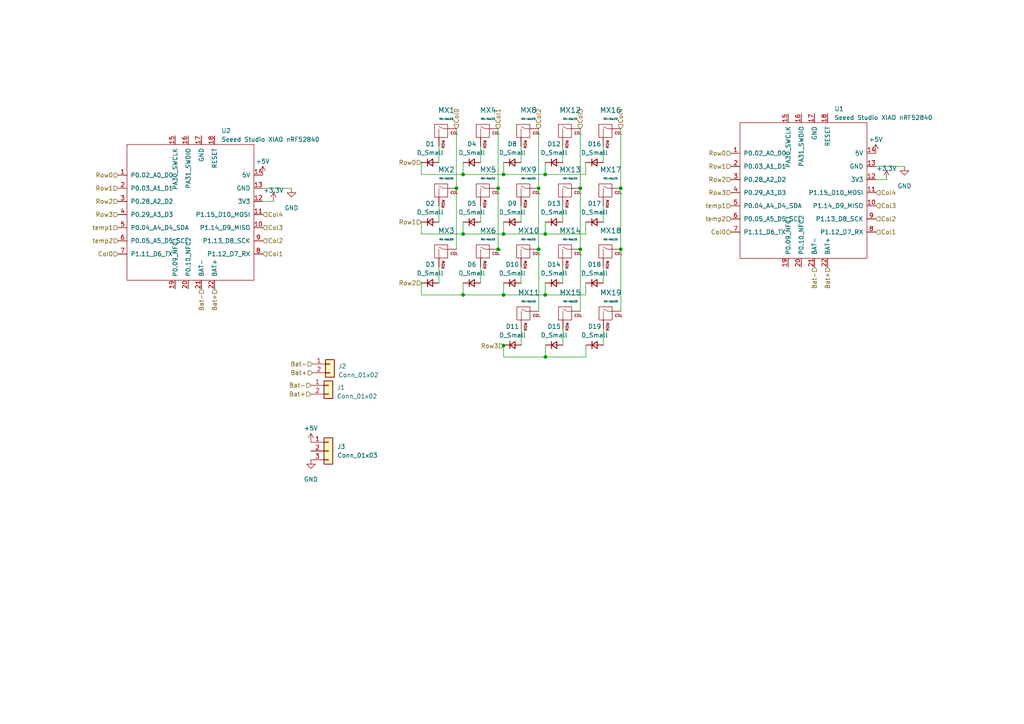
<source format=kicad_sch>
(kicad_sch (version 20231120) (generator "eeschema") (generator_version "8.0")
  (paper "A4")
  (lib_symbols
    (symbol "Connector_Generic:Conn_01x02" (pin_names (offset 1.016) hide)
      (property "Reference" "J" (at 0 2.54 0))
      (property "Value" "Conn_01x02" (at 0 -5.08 0))
      (symbol "Conn_01x02_1_1"
        (rectangle (start -1.27 -2.413) (end 0 -2.667) (stroke (width 0.1524)))
        (rectangle (start -1.27 0.127) (end 0 -0.127) (stroke (width 0.1524)))
        (rectangle (start -1.27 1.27) (end 1.27 -3.81) (stroke (width 0.254)) (fill (type background)))
        (pin passive line (at -5.08 0 0) (length 3.81) (name "Pin_1") (number "1"))
        (pin passive line (at -5.08 -2.54 0) (length 3.81) (name "Pin_2") (number "2"))
      )
    )
    (symbol "Connector_Generic:Conn_01x03" (pin_names (offset 1.016) hide)
      (property "Reference" "J" (at 0 5.08 0))
      (property "Value" "Conn_01x03" (at 0 -5.08 0))
      (symbol "Conn_01x03_1_1"
        (rectangle (start -1.27 -2.413) (end 0 -2.667) (stroke (width 0.1524)))
        (rectangle (start -1.27 0.127) (end 0 -0.127) (stroke (width 0.1524)))
        (rectangle (start -1.27 2.667) (end 0 2.413) (stroke (width 0.1524)))
        (rectangle (start -1.27 3.81) (end 1.27 -3.81) (stroke (width 0.254)) (fill (type background)))
        (pin passive line (at -5.08 2.54 0) (length 3.81) (name "Pin_1") (number "1"))
        (pin passive line (at -5.08 0 0) (length 3.81) (name "Pin_2") (number "2"))
        (pin passive line (at -5.08 -2.54 0) (length 3.81) (name "Pin_3") (number "3"))
      )
    )
    (symbol "Device:D_Small" (pin_numbers hide) (pin_names (offset 0.254) hide)
      (property "Reference" "D" (at -1.27 2.032 0))
      (property "Value" "D_Small" (at -3.81 -2.032 0))
      (symbol "D_Small_0_1"
        (polyline (pts (xy -0.762 -1.016) (xy -0.762 1.016)) (stroke (width 0.254)))
        (polyline (pts (xy -0.762 0) (xy 0.762 0)))
        (polyline (pts (xy 0.762 -1.016) (xy -0.762 0) (xy 0.762 1.016) (xy 0.762 -1.016)) (stroke (width 0.254)))
      )
      (symbol "D_Small_1_1"
        (pin passive line (at -2.54 0 0) (length 1.778) (name "K") (number "1"))
        (pin passive line (at 2.54 0 180) (length 1.778) (name "A") (number "2"))
      )
    )
    (symbol "MX_Alps_Hybrid:MX-NoLED" (pin_names (offset 1.016))
      (property "Reference" "MX" (at -0.635 3.81 0))
      (property "Value" "MX-NoLED" (at -0.635 1.27 0))
      (symbol "MX-NoLED_0_0"
        (rectangle (start -2.54 2.54) (end 1.27 -1.27))
        (polyline (pts (xy -1.27 -1.27) (xy -1.27 1.27)) (stroke (width 0.127)))
        (polyline (pts (xy 1.27 1.27) (xy 0 1.27) (xy -1.27 1.905)) (stroke (width 0.127)))
        (text "COL" (at 3.175 0 0) (effects (font (size 0.762 0.762))))
        (text "ROW" (at 0 -1.905 900) (effects (font (size 0.762 0.762)) (justify right)))
      )
      (symbol "MX-NoLED_1_1"
        (pin passive line (at 3.81 1.27 180) (length 2.54) (name "COL") (number "1"))
        (pin passive line (at -1.27 -3.81 90) (length 2.54) (name "ROW") (number "2"))
      )
    )
    (symbol "Seeed_Studio_XIAO_Series:Seeed Studio XIAO nRF52840" (pin_names (offset 1.016))
      (property "Reference" "U" (at -19.05 24.13 0))
      (property "Value" "Seeed Studio XIAO nRF52840" (at -5.08 21.59 0))
      (symbol "Seeed Studio XIAO nRF52840_0_1"
        (rectangle (start -19.05 20.32) (end 17.78 -19.05))
      )
      (symbol "Seeed Studio XIAO nRF52840_1_1"
        (pin bidirectional line (at -21.59 11.43 0) (length 2.54) (name "P0.02_A0_D0") (number "1"))
        (pin bidirectional line (at 20.32 -3.81 180) (length 2.54) (name "P1.14_D9_MISO") (number "10"))
        (pin bidirectional line (at 20.32 0 180) (length 2.54) (name "P1.15_D10_MOSI") (number "11"))
        (pin power_in line (at 20.32 3.81 180) (length 2.54) (name "3V3") (number "12"))
        (pin power_in line (at 20.32 7.62 180) (length 2.54) (name "GND") (number "13"))
        (pin power_in line (at 20.32 11.43 180) (length 2.54) (name "5V") (number "14"))
        (pin input line (at -5.08 22.86 270) (length 2.54) (name "PA30_SWCLK") (number "15"))
        (pin bidirectional line (at -1.27 22.86 270) (length 2.54) (name "PA31_SWDIO") (number "16"))
        (pin power_in line (at 2.54 22.86 270) (length 2.54) (name "GND") (number "17"))
        (pin input line (at 6.35 22.86 270) (length 2.54) (name "RESET") (number "18"))
        (pin bidirectional line (at -5.08 -21.59 90) (length 2.54) (name "P0.09_NFC1") (number "19"))
        (pin bidirectional line (at -21.59 7.62 0) (length 2.54) (name "P0.03_A1_D1") (number "2"))
        (pin bidirectional line (at -1.27 -21.59 90) (length 2.54) (name "P0.10_NFC2") (number "20"))
        (pin power_in line (at 2.54 -21.59 90) (length 2.54) (name "BAT-") (number "21"))
        (pin power_in line (at 6.35 -21.59 90) (length 2.54) (name "BAT+") (number "22"))
        (pin bidirectional line (at -21.59 3.81 0) (length 2.54) (name "P0.28_A2_D2") (number "3"))
        (pin bidirectional line (at -21.59 0 0) (length 2.54) (name "P0.29_A3_D3") (number "4"))
        (pin bidirectional line (at -21.59 -3.81 0) (length 2.54) (name "P0.04_A4_D4_SDA") (number "5"))
        (pin bidirectional line (at -21.59 -7.62 0) (length 2.54) (name "P0.05_A5_D5_SCL") (number "6"))
        (pin bidirectional line (at -21.59 -11.43 0) (length 2.54) (name "P1.11_D6_TX") (number "7"))
        (pin bidirectional line (at 20.32 -11.43 180) (length 2.54) (name "P1.12_D7_RX") (number "8"))
        (pin bidirectional line (at 20.32 -7.62 180) (length 2.54) (name "P1.13_D8_SCK") (number "9"))
      )
    )
    (symbol "power:+3.3V" (power) (pin_names (offset 0))
      (property "Value" "+3.3V" (at 0 3.556 0))
      (symbol "+3.3V_0_1"
        (polyline (pts (xy -0.762 1.27) (xy 0 2.54)))
        (polyline (pts (xy 0 0) (xy 0 2.54)))
        (polyline (pts (xy 0 2.54) (xy 0.762 1.27)))
      )
      (symbol "+3.3V_1_1"
        (pin power_in line (at 0 0 90) (length 0) hide (name "+3.3V") (number "1"))
      )
    )
    (symbol "power:+5V" (power) (pin_names (offset 0))
      (property "Value" "+5V" (at 0 3.556 0))
      (symbol "+5V_0_1"
        (polyline (pts (xy -0.762 1.27) (xy 0 2.54)))
        (polyline (pts (xy 0 0) (xy 0 2.54)))
        (polyline (pts (xy 0 2.54) (xy 0.762 1.27)))
      )
      (symbol "+5V_1_1"
        (pin power_in line (at 0 0 90) (length 0) hide (name "+5V") (number "1"))
      )
    )
    (symbol "power:GND" (power) (pin_names (offset 0))
      (property "Value" "GND" (at 0 -3.81 0))
      (symbol "GND_0_1"
        (polyline (pts (xy 0 0) (xy 0 -1.27) (xy 1.27 -1.27) (xy 0 -2.54) (xy -1.27 -1.27) (xy 0 -1.27)))
      )
      (symbol "GND_1_1"
        (pin power_in line (at 0 0 270) (length 0) hide (name "GND") (number "1"))
      )
    )
  )
  (junction (at 132.3848 54.61))
  (junction (at 158.1404 85.5472))
  (junction (at 156.21 54.61))
  (junction (at 158.1404 67.8688))
  (junction (at 146.05 67.8688))
  (junction (at 144.4752 54.61))
  (junction (at 146.05 85.5472))
  (junction (at 146.05 100.2284))
  (junction (at 168.3004 72.2884))
  (junction (at 134.3152 85.5472))
  (junction (at 134.3152 50.5968))
  (junction (at 168.3004 54.61))
  (junction (at 180.0352 72.2884))
  (junction (at 180.0352 54.61))
  (junction (at 134.3152 67.8688))
  (junction (at 146.05 50.5968))
  (junction (at 156.21 72.2884))
  (junction (at 158.1404 50.5968))
  (junction (at 144.4752 72.2884))
  (junction (at 158.1912 103.5304))
  (wire (pts (xy 174.9552 59.69) (xy 174.9552 64.4144)))
  (wire (pts (xy 122.2248 67.8688) (xy 134.3152 67.8688)))
  (wire (pts (xy 144.4752 54.61) (xy 144.4752 72.2884)))
  (wire (pts (xy 146.05 82.0928) (xy 146.05 85.5472)))
  (wire (pts (xy 134.3152 67.8688) (xy 146.05 67.8688)))
  (wire (pts (xy 122.2248 47.1424) (xy 122.2248 50.5968)))
  (wire (pts (xy 180.086 90.2716) (xy 180.086 72.2884)))
  (wire (pts (xy 79.3242 58.42) (xy 76.2 58.42)))
  (wire (pts (xy 84.5312 54.61) (xy 76.2 54.61)))
  (wire (pts (xy 169.926 103.5304) (xy 169.926 100.076)))
  (wire (pts (xy 146.05 47.1424) (xy 146.05 50.5968)))
  (wire (pts (xy 145.0848 72.2884) (xy 144.4752 72.2884)))
  (wire (pts (xy 139.3952 59.69) (xy 139.3952 64.4144)))
  (wire (pts (xy 146.05 85.5472) (xy 158.1404 85.5472)))
  (wire (pts (xy 180.0352 72.2884) (xy 180.086 72.2884)))
  (wire (pts (xy 158.1404 82.0928) (xy 158.1404 85.5472)))
  (wire (pts (xy 122.2248 82.0928) (xy 122.2248 85.5472)))
  (wire (pts (xy 122.2248 85.5472) (xy 134.3152 85.5472)))
  (wire (pts (xy 139.3952 42.418) (xy 139.3952 47.1424)))
  (wire (pts (xy 156.2608 72.2884) (xy 156.21 72.2884)))
  (wire (pts (xy 132.3848 54.61) (xy 132.3848 72.2884)))
  (wire (pts (xy 156.21 54.61) (xy 156.21 72.2884)))
  (wire (pts (xy 158.1404 85.5472) (xy 169.8752 85.5472)))
  (wire (pts (xy 151.13 77.3684) (xy 151.13 82.0928)))
  (wire (pts (xy 163.2712 95.3516) (xy 163.2712 100.076)))
  (wire (pts (xy 127.3048 59.69) (xy 127.3048 64.4144)))
  (wire (pts (xy 122.2248 50.5968) (xy 134.3152 50.5968)))
  (wire (pts (xy 262.3312 48.26) (xy 254 48.26)))
  (wire (pts (xy 156.21 37.338) (xy 156.21 54.61)))
  (wire (pts (xy 132.3848 37.338) (xy 132.3848 54.61)))
  (wire (pts (xy 163.2204 59.69) (xy 163.2204 64.4144)))
  (wire (pts (xy 174.9552 42.418) (xy 174.9552 47.1424)))
  (wire (pts (xy 180.0352 54.61) (xy 180.0352 72.2884)))
  (wire (pts (xy 134.3152 82.0928) (xy 134.3152 85.5472)))
  (wire (pts (xy 151.1808 95.3516) (xy 151.1808 100.076)))
  (wire (pts (xy 163.2204 42.418) (xy 163.2204 47.1424)))
  (wire (pts (xy 169.8752 67.8688) (xy 169.8752 64.4144)))
  (wire (pts (xy 146.05 50.5968) (xy 158.1404 50.5968)))
  (wire (pts (xy 163.2204 77.3684) (xy 163.2204 82.0928)))
  (wire (pts (xy 134.3152 85.5472) (xy 146.05 85.5472)))
  (wire (pts (xy 134.3152 64.4144) (xy 134.3152 67.8688)))
  (wire (pts (xy 127.3048 77.3684) (xy 127.3048 82.0928)))
  (wire (pts (xy 146.05 100.33) (xy 146.05 100.2284)))
  (wire (pts (xy 168.3004 54.61) (xy 168.3004 72.2884)))
  (wire (pts (xy 180.0352 37.338) (xy 180.0352 54.61)))
  (wire (pts (xy 158.1912 100.076) (xy 158.1912 103.5304)))
  (wire (pts (xy 139.3952 77.3684) (xy 139.3952 82.0928)))
  (wire (pts (xy 134.3152 47.1424) (xy 134.3152 50.5968)))
  (wire (pts (xy 158.1912 103.5304) (xy 169.926 103.5304)))
  (wire (pts (xy 144.4752 37.338) (xy 144.4752 54.61)))
  (wire (pts (xy 158.1404 50.5968) (xy 169.8752 50.5968)))
  (wire (pts (xy 143.8148 72.6186) (xy 145.0848 72.6186)))
  (wire (pts (xy 146.1008 100.076) (xy 146.05 100.2284)))
  (wire (pts (xy 168.3512 90.2716) (xy 168.3512 72.2884)))
  (wire (pts (xy 127.3048 42.418) (xy 127.3048 47.1424)))
  (wire (pts (xy 175.006 95.3516) (xy 175.006 100.076)))
  (wire (pts (xy 168.3004 37.338) (xy 168.3004 54.61)))
  (wire (pts (xy 169.8752 85.5472) (xy 169.8752 82.0928)))
  (wire (pts (xy 156.2608 90.2716) (xy 156.2608 72.2884)))
  (wire (pts (xy 158.1404 47.1424) (xy 158.1404 50.5968)))
  (wire (pts (xy 168.3004 72.2884) (xy 168.3512 72.2884)))
  (wire (pts (xy 146.05 100.2284) (xy 146.1008 103.5304)))
  (wire (pts (xy 169.8752 50.5968) (xy 169.8752 47.1424)))
  (wire (pts (xy 146.1008 103.5304) (xy 158.1912 103.5304)))
  (wire (pts (xy 151.13 42.418) (xy 151.13 47.1424)))
  (wire (pts (xy 146.05 64.4144) (xy 146.05 67.8688)))
  (wire (pts (xy 174.9552 77.3684) (xy 174.9552 82.0928)))
  (wire (pts (xy 257.1242 52.07) (xy 254 52.07)))
  (wire (pts (xy 122.2248 64.4144) (xy 122.2248 67.8688)))
  (wire (pts (xy 146.05 67.8688) (xy 158.1404 67.8688)))
  (wire (pts (xy 158.1404 67.8688) (xy 169.8752 67.8688)))
  (wire (pts (xy 145.0848 72.6186) (xy 145.0848 72.2884)))
  (wire (pts (xy 151.13 59.69) (xy 151.13 64.4144)))
  (wire (pts (xy 158.1404 64.4144) (xy 158.1404 67.8688)))
  (wire (pts (xy 134.3152 50.5968) (xy 146.05 50.5968)))
  (hierarchical_label "Col1" (shape input) (at 76.2 73.66 0))
  (hierarchical_label "Row2" (shape input) (at 212.09 52.07 180))
  (hierarchical_label "Col4" (shape input) (at 254 55.88 0))
  (hierarchical_label "Col1" (shape input) (at 254 67.31 0))
  (hierarchical_label "Col2" (shape input) (at 76.2 69.85 0))
  (hierarchical_label "Bat-" (shape input) (at 58.42 83.82 270))
  (hierarchical_label "Col4" (shape input) (at 180.0352 37.338 90))
  (hierarchical_label "Row1" (shape input) (at 34.29 54.61 180))
  (hierarchical_label "Col2" (shape input) (at 254 63.5 0))
  (hierarchical_label "Col2" (shape input) (at 156.21 37.338 90))
  (hierarchical_label "Row2" (shape input) (at 34.29 58.42 180))
  (hierarchical_label "Row1" (shape input) (at 122.2248 64.4144 180))
  (hierarchical_label "Row3" (shape input) (at 146.05 100.33 180))
  (hierarchical_label "Bat+" (shape input) (at 62.23 83.82 270))
  (hierarchical_label "temp2" (shape input) (at 34.29 69.85 180))
  (hierarchical_label "Bat-" (shape input) (at 90.17 111.76 180))
  (hierarchical_label "Col3" (shape input) (at 76.2 66.04 0))
  (hierarchical_label "Col3" (shape input) (at 168.3004 37.338 90))
  (hierarchical_label "Bat+" (shape input) (at 240.03 77.47 270))
  (hierarchical_label "Row3" (shape input) (at 212.09 55.88 180))
  (hierarchical_label "Row1" (shape input) (at 212.09 48.26 180))
  (hierarchical_label "Row0" (shape input) (at 122.2248 47.1424 180))
  (hierarchical_label "Col0" (shape input) (at 34.29 73.66 180))
  (hierarchical_label "Row3" (shape input) (at 34.29 62.23 180))
  (hierarchical_label "Col0" (shape input) (at 132.3848 37.338 90))
  (hierarchical_label "temp1" (shape input) (at 34.29 66.04 180))
  (hierarchical_label "Row0" (shape input) (at 212.09 44.45 180))
  (hierarchical_label "temp1" (shape input) (at 212.09 59.69 180))
  (hierarchical_label "temp2" (shape input) (at 212.09 63.5 180))
  (hierarchical_label "Bat+" (shape input) (at 90.6018 108.1278 180))
  (hierarchical_label "Col4" (shape input) (at 76.2 62.23 0))
  (hierarchical_label "Bat+" (shape input) (at 90.17 114.3 180))
  (hierarchical_label "Bat-" (shape input) (at 90.6018 105.5878 180))
  (hierarchical_label "Row0" (shape input) (at 34.29 50.8 180))
  (hierarchical_label "Col3" (shape input) (at 254 59.69 0))
  (hierarchical_label "Row2" (shape input) (at 122.2248 82.0928 180))
  (hierarchical_label "Col0" (shape input) (at 212.09 67.31 180))
  (hierarchical_label "Col1" (shape input) (at 144.4752 37.338 90))
  (hierarchical_label "Bat-" (shape input) (at 236.22 77.47 270))
  (symbol (lib_id "power:+5V") (at 90.17 128.27 0) (unit 1)
    (property "Reference" "#PWR06" (effects (hide yes)))
    (property "Value" "+5V" (at 90.17 124.206 0))
  )
  (symbol (lib_id "Device:D_Small") (at 172.4152 82.0928 0) (unit 1)
    (property "Reference" "D18" (at 172.4152 76.708 0))
    (property "Value" "D_Small" (at 172.4152 79.248 0))
    (property "Footprint" "Diode_SMD:D_SOD-123" (effects (hide yes)))
    (property "Sim.Device" "D" (effects (hide yes)))
    (property "Sim.Pins" "1=K 2=A" (effects (hide yes)))
  )
  (symbol (lib_id "Device:D_Small") (at 172.4152 47.1424 0) (unit 1)
    (property "Reference" "D16" (at 172.4152 41.7576 0))
    (property "Value" "D_Small" (at 172.4152 44.2976 0))
    (property "Footprint" "Diode_SMD:D_SOD-123" (effects (hide yes)))
    (property "Sim.Device" "D" (effects (hide yes)))
    (property "Sim.Pins" "1=K 2=A" (effects (hide yes)))
  )
  (symbol (lib_id "Connector_Generic:Conn_01x02") (at 95.6818 105.5878 0) (unit 1)
    (property "Reference" "J2" (at 98.0948 106.2228 0) (effects (justify left)))
    (property "Value" "Conn_01x02" (at 98.0948 108.7628 0) (effects (justify left)))
    (property "Footprint" "Connector_JST:JST_PH_S2B-PH-K_1x02_P2.00mm_Horizontal" (effects (hide yes)))
  )
  (symbol (lib_id "power:GND") (at 90.17 133.35 0) (unit 1)
    (property "Reference" "#PWR07" (effects (hide yes)))
    (property "Value" "GND" (at 90.17 139.0396 0))
  )
  (symbol (lib_id "power:+3.3V") (at 257.1242 52.07 0) (unit 1)
    (property "Reference" "#PWR02" (effects (hide yes)))
    (property "Value" "+3.3V" (at 257.1242 48.8696 0))
  )
  (symbol (lib_id "Device:D_Small") (at 148.59 82.0928 0) (unit 1)
    (property "Reference" "D10" (at 148.59 76.708 0))
    (property "Value" "D_Small" (at 148.59 79.248 0))
    (property "Footprint" "Diode_SMD:D_SOD-123" (effects (hide yes)))
    (property "Sim.Device" "D" (effects (hide yes)))
    (property "Sim.Pins" "1=K 2=A" (effects (hide yes)))
  )
  (symbol (lib_id "MX_Alps_Hybrid:MX-NoLED") (at 164.4904 38.608 0) (unit 1)
    (property "Reference" "MX12" (at 165.3736 31.9532 0) (effects (font (size 1.524 1.524))))
    (property "Value" "MX-NoLED" (at 165.3736 34.4932 0) (effects (font (size 0.508 0.508))))
    (property "Footprint" "keyswitches:Kailh_socket_PG1350_reversible" (effects (hide yes)))
  )
  (symbol (lib_id "Connector_Generic:Conn_01x03") (at 95.25 130.81 0) (unit 1)
    (property "Reference" "J3" (at 97.79 129.5399 0) (effects (justify left)))
    (property "Value" "Conn_01x03" (at 97.79 132.0799 0) (effects (justify left)))
    (property "Footprint" "Connector_PinHeader_2.54mm:PinHeader_1x03_P2.54mm_Vertical" (effects (hide yes)))
    (property "Description" "Generic connector, single row, 01x03, script generated (kicad-library-utils/schlib/autogen/connector/)" (effects (hide yes)))
  )
  (symbol (lib_id "MX_Alps_Hybrid:MX-NoLED") (at 176.2252 55.88 0) (unit 1)
    (property "Reference" "MX17" (at 177.1084 49.2252 0) (effects (font (size 1.524 1.524))))
    (property "Value" "MX-NoLED" (at 177.1084 51.7652 0) (effects (font (size 0.508 0.508))))
    (property "Footprint" "keyswitches:Kailh_socket_PG1350_reversible" (effects (hide yes)))
  )
  (symbol (lib_id "Device:D_Small") (at 136.8552 64.4144 0) (unit 1)
    (property "Reference" "D5" (at 136.8552 59.0296 0))
    (property "Value" "D_Small" (at 136.8552 61.5696 0))
    (property "Footprint" "Diode_SMD:D_SOD-123" (effects (hide yes)))
    (property "Sim.Device" "D" (effects (hide yes)))
    (property "Sim.Pins" "1=K 2=A" (effects (hide yes)))
  )
  (symbol (lib_id "power:+5V") (at 254 44.45 0) (unit 1)
    (property "Reference" "#PWR01" (effects (hide yes)))
    (property "Value" "+5V" (at 254 40.4622 0))
  )
  (symbol (lib_id "MX_Alps_Hybrid:MX-NoLED") (at 128.5748 55.88 0) (unit 1)
    (property "Reference" "MX2" (at 129.458 49.2252 0) (effects (font (size 1.524 1.524))))
    (property "Value" "MX-NoLED" (at 129.458 51.7652 0) (effects (font (size 0.508 0.508))))
    (property "Footprint" "keyswitches:Kailh_socket_PG1350_reversible" (effects (hide yes)))
  )
  (symbol (lib_id "Device:D_Small") (at 136.8552 47.1424 0) (unit 1)
    (property "Reference" "D4" (at 136.8552 41.7576 0))
    (property "Value" "D_Small" (at 136.8552 44.2976 0))
    (property "Footprint" "Diode_SMD:D_SOD-123" (effects (hide yes)))
    (property "Sim.Device" "D" (effects (hide yes)))
    (property "Sim.Pins" "1=K 2=A" (effects (hide yes)))
  )
  (symbol (lib_id "MX_Alps_Hybrid:MX-NoLED") (at 152.4 55.88 0) (unit 1)
    (property "Reference" "MX9" (at 153.2832 49.2252 0) (effects (font (size 1.524 1.524))))
    (property "Value" "MX-NoLED" (at 153.2832 51.7652 0) (effects (font (size 0.508 0.508))))
    (property "Footprint" "keyswitches:Kailh_socket_PG1350_reversible" (effects (hide yes)))
  )
  (symbol (lib_id "Device:D_Small") (at 172.4152 64.4144 0) (unit 1)
    (property "Reference" "D17" (at 172.4152 59.0296 0))
    (property "Value" "D_Small" (at 172.4152 61.5696 0))
    (property "Footprint" "Diode_SMD:D_SOD-123" (effects (hide yes)))
    (property "Sim.Device" "D" (effects (hide yes)))
    (property "Sim.Pins" "1=K 2=A" (effects (hide yes)))
  )
  (symbol (lib_id "MX_Alps_Hybrid:MX-NoLED") (at 176.2252 38.608 0) (unit 1)
    (property "Reference" "MX16" (at 177.1084 31.9532 0) (effects (font (size 1.524 1.524))))
    (property "Value" "MX-NoLED" (at 177.1084 34.4932 0) (effects (font (size 0.508 0.508))))
    (property "Footprint" "keyswitches:Kailh_socket_PG1350_reversible" (effects (hide yes)))
  )
  (symbol (lib_id "Device:D_Small") (at 160.6804 64.4144 0) (unit 1)
    (property "Reference" "D13" (at 160.6804 59.0296 0))
    (property "Value" "D_Small" (at 160.6804 61.5696 0))
    (property "Footprint" "Diode_SMD:D_SOD-123" (effects (hide yes)))
    (property "Sim.Device" "D" (effects (hide yes)))
    (property "Sim.Pins" "1=K 2=A" (effects (hide yes)))
  )
  (symbol (lib_id "Device:D_Small") (at 160.6804 47.1424 0) (unit 1)
    (property "Reference" "D12" (at 160.6804 41.7576 0))
    (property "Value" "D_Small" (at 160.6804 44.2976 0))
    (property "Footprint" "Diode_SMD:D_SOD-123" (effects (hide yes)))
    (property "Sim.Device" "D" (effects (hide yes)))
    (property "Sim.Pins" "1=K 2=A" (effects (hide yes)))
  )
  (symbol (lib_id "Device:D_Small") (at 136.8552 82.0928 0) (unit 1)
    (property "Reference" "D6" (at 136.8552 76.708 0))
    (property "Value" "D_Small" (at 136.8552 79.248 0))
    (property "Footprint" "Diode_SMD:D_SOD-123" (effects (hide yes)))
    (property "Sim.Device" "D" (effects (hide yes)))
    (property "Sim.Pins" "1=K 2=A" (effects (hide yes)))
  )
  (symbol (lib_id "Device:D_Small") (at 148.59 64.4144 0) (unit 1)
    (property "Reference" "D9" (at 148.59 59.0296 0))
    (property "Value" "D_Small" (at 148.59 61.5696 0))
    (property "Footprint" "Diode_SMD:D_SOD-123" (effects (hide yes)))
    (property "Sim.Device" "D" (effects (hide yes)))
    (property "Sim.Pins" "1=K 2=A" (effects (hide yes)))
  )
  (symbol (lib_id "MX_Alps_Hybrid:MX-NoLED") (at 152.4 38.608 0) (unit 1)
    (property "Reference" "MX8" (at 153.2832 31.9532 0) (effects (font (size 1.524 1.524))))
    (property "Value" "MX-NoLED" (at 153.2832 34.4932 0) (effects (font (size 0.508 0.508))))
    (property "Footprint" "keyswitches:Kailh_socket_PG1350_reversible" (effects (hide yes)))
  )
  (symbol (lib_id "MX_Alps_Hybrid:MX-NoLED") (at 140.6652 55.88 0) (unit 1)
    (property "Reference" "MX5" (at 141.5484 49.2252 0) (effects (font (size 1.524 1.524))))
    (property "Value" "MX-NoLED" (at 141.5484 51.7652 0) (effects (font (size 0.508 0.508))))
    (property "Footprint" "keyswitches:Kailh_socket_PG1350_reversible" (effects (hide yes)))
  )
  (symbol (lib_id "MX_Alps_Hybrid:MX-NoLED") (at 164.4904 73.5584 0) (unit 1)
    (property "Reference" "MX14" (at 165.3736 66.9036 0) (effects (font (size 1.524 1.524))))
    (property "Value" "MX-NoLED" (at 165.3736 69.4436 0) (effects (font (size 0.508 0.508))))
    (property "Footprint" "keyswitches:Kailh_socket_PG1350_reversible" (effects (hide yes)))
  )
  (symbol (lib_id "MX_Alps_Hybrid:MX-NoLED") (at 176.2252 73.5584 0) (unit 1)
    (property "Reference" "MX18" (at 177.1084 66.9036 0) (effects (font (size 1.524 1.524))))
    (property "Value" "MX-NoLED" (at 177.1084 69.4436 0) (effects (font (size 0.508 0.508))))
    (property "Footprint" "keyswitches:Kailh_socket_PG1350_reversible" (effects (hide yes)))
  )
  (symbol (lib_id "Device:D_Small") (at 148.59 47.1424 0) (unit 1)
    (property "Reference" "D8" (at 148.59 41.7576 0))
    (property "Value" "D_Small" (at 148.59 44.2976 0))
    (property "Footprint" "Diode_SMD:D_SOD-123" (effects (hide yes)))
    (property "Sim.Device" "D" (effects (hide yes)))
    (property "Sim.Pins" "1=K 2=A" (effects (hide yes)))
  )
  (symbol (lib_id "power:+5V") (at 76.2 50.8 0) (unit 1)
    (property "Reference" "#PWR03" (effects (hide yes)))
    (property "Value" "+5V" (at 76.2 46.8122 0))
  )
  (symbol (lib_id "MX_Alps_Hybrid:MX-NoLED") (at 164.5412 91.5416 0) (unit 1)
    (property "Reference" "MX15" (at 165.4244 84.8868 0) (effects (font (size 1.524 1.524))))
    (property "Value" "MX-NoLED" (at 165.4244 87.4268 0) (effects (font (size 0.508 0.508))))
    (property "Footprint" "keyswitches:Kailh_socket_PG1350_reversible" (effects (hide yes)))
  )
  (symbol (lib_id "MX_Alps_Hybrid:MX-NoLED") (at 128.5748 73.5584 0) (unit 1)
    (property "Reference" "MX3" (at 129.458 66.9036 0) (effects (font (size 1.524 1.524))))
    (property "Value" "MX-NoLED" (at 129.458 69.4436 0) (effects (font (size 0.508 0.508))))
    (property "Footprint" "keyswitches:Kailh_socket_PG1350_reversible" (effects (hide yes)))
  )
  (symbol (lib_id "Device:D_Small") (at 124.7648 82.0928 0) (unit 1)
    (property "Reference" "D3" (at 124.7648 76.708 0))
    (property "Value" "D_Small" (at 124.7648 79.248 0))
    (property "Footprint" "Diode_SMD:D_SOD-123" (effects (hide yes)))
    (property "Sim.Device" "D" (effects (hide yes)))
    (property "Sim.Pins" "1=K 2=A" (effects (hide yes)))
  )
  (symbol (lib_id "power:GND") (at 262.3312 48.26 0) (unit 1)
    (property "Reference" "#PWR08" (effects (hide yes)))
    (property "Value" "GND" (at 262.3312 53.9496 0))
  )
  (symbol (lib_id "MX_Alps_Hybrid:MX-NoLED") (at 140.6652 38.608 0) (unit 1)
    (property "Reference" "MX4" (at 141.5484 31.9532 0) (effects (font (size 1.524 1.524))))
    (property "Value" "MX-NoLED" (at 141.5484 34.4932 0) (effects (font (size 0.508 0.508))))
    (property "Footprint" "keyswitches:Kailh_socket_PG1350_reversible" (effects (hide yes)))
  )
  (symbol (lib_id "Seeed_Studio_XIAO_Series:Seeed Studio XIAO nRF52840") (at 55.88 62.23 0) (unit 1)
    (property "Reference" "U2" (at 64.1859 37.9222 0) (effects (justify left)))
    (property "Value" "Seeed Studio XIAO nRF52840" (at 64.1859 40.4622 0) (effects (justify left)))
    (property "Footprint" "Seeed Studio XIAO Series Library:XIAO-nRF52840-Sense-14P-2.54-21X17.8MM" (effects (hide yes)))
  )
  (symbol (lib_id "MX_Alps_Hybrid:MX-NoLED") (at 140.6652 73.5584 0) (unit 1)
    (property "Reference" "MX6" (at 141.5484 66.9036 0) (effects (font (size 1.524 1.524))))
    (property "Value" "MX-NoLED" (at 141.5484 69.4436 0) (effects (font (size 0.508 0.508))))
    (property "Footprint" "keyswitches:Kailh_socket_PG1350_reversible" (effects (hide yes)))
  )
  (symbol (lib_id "MX_Alps_Hybrid:MX-NoLED") (at 164.4904 55.88 0) (unit 1)
    (property "Reference" "MX13" (at 165.3736 49.2252 0) (effects (font (size 1.524 1.524))))
    (property "Value" "MX-NoLED" (at 165.3736 51.7652 0) (effects (font (size 0.508 0.508))))
    (property "Footprint" "keyswitches:Kailh_socket_PG1350_reversible" (effects (hide yes)))
  )
  (symbol (lib_id "Device:D_Small") (at 124.7648 64.4144 0) (unit 1)
    (property "Reference" "D2" (at 124.7648 59.0296 0))
    (property "Value" "D_Small" (at 124.7648 61.5696 0))
    (property "Footprint" "Diode_SMD:D_SOD-123" (effects (hide yes)))
    (property "Sim.Device" "D" (effects (hide yes)))
    (property "Sim.Pins" "1=K 2=A" (effects (hide yes)))
  )
  (symbol (lib_id "MX_Alps_Hybrid:MX-NoLED") (at 128.5748 38.608 0) (unit 1)
    (property "Reference" "MX1" (at 129.458 31.9532 0) (effects (font (size 1.524 1.524))))
    (property "Value" "MX-NoLED" (at 129.458 34.4932 0) (effects (font (size 0.508 0.508))))
    (property "Footprint" "keyswitches:Kailh_socket_PG1350_reversible" (effects (hide yes)))
  )
  (symbol (lib_id "Connector_Generic:Conn_01x02") (at 95.25 111.76 0) (unit 1)
    (property "Reference" "J1" (at 97.663 112.395 0) (effects (justify left)))
    (property "Value" "Conn_01x02" (at 97.663 114.935 0) (effects (justify left)))
    (property "Footprint" "Connector_JST:JST_PH_S2B-PH-K_1x02_P2.00mm_Horizontal" (effects (hide yes)))
  )
  (symbol (lib_id "Device:D_Small") (at 172.466 100.076 0) (unit 1)
    (property "Reference" "D19" (at 172.466 94.6912 0))
    (property "Value" "D_Small" (at 172.466 97.2312 0))
    (property "Footprint" "Diode_SMD:D_SOD-123" (effects (hide yes)))
    (property "Sim.Device" "D" (effects (hide yes)))
    (property "Sim.Pins" "1=K 2=A" (effects (hide yes)))
  )
  (symbol (lib_id "power:GND") (at 84.5312 54.61 0) (unit 1)
    (property "Reference" "#PWR05" (effects (hide yes)))
    (property "Value" "GND" (at 84.5312 60.2996 0))
  )
  (symbol (lib_id "Device:D_Small") (at 160.7312 100.076 0) (unit 1)
    (property "Reference" "D15" (at 160.7312 94.6912 0))
    (property "Value" "D_Small" (at 160.7312 97.2312 0))
    (property "Footprint" "Diode_SMD:D_SOD-123" (effects (hide yes)))
    (property "Sim.Device" "D" (effects (hide yes)))
    (property "Sim.Pins" "1=K 2=A" (effects (hide yes)))
  )
  (symbol (lib_id "Device:D_Small") (at 148.6408 100.076 0) (unit 1)
    (property "Reference" "D11" (at 148.6408 94.6912 0))
    (property "Value" "D_Small" (at 148.6408 97.2312 0))
    (property "Footprint" "Diode_SMD:D_SOD-123" (effects (hide yes)))
    (property "Sim.Device" "D" (effects (hide yes)))
    (property "Sim.Pins" "1=K 2=A" (effects (hide yes)))
  )
  (symbol (lib_id "power:+3.3V") (at 79.3242 58.42 0) (unit 1)
    (property "Reference" "#PWR04" (effects (hide yes)))
    (property "Value" "+3.3V" (at 79.3242 55.2196 0))
  )
  (symbol (lib_id "MX_Alps_Hybrid:MX-NoLED") (at 176.276 91.5416 0) (unit 1)
    (property "Reference" "MX19" (at 177.1592 84.8868 0) (effects (font (size 1.524 1.524))))
    (property "Value" "MX-NoLED" (at 177.1592 87.4268 0) (effects (font (size 0.508 0.508))))
    (property "Footprint" "keyswitches:Kailh_socket_PG1350_reversible" (effects (hide yes)))
  )
  (symbol (lib_id "MX_Alps_Hybrid:MX-NoLED") (at 152.4 73.5584 0) (unit 1)
    (property "Reference" "MX10" (at 153.2832 66.9036 0) (effects (font (size 1.524 1.524))))
    (property "Value" "MX-NoLED" (at 153.2832 69.4436 0) (effects (font (size 0.508 0.508))))
    (property "Footprint" "keyswitches:Kailh_socket_PG1350_reversible" (effects (hide yes)))
  )
  (symbol (lib_id "MX_Alps_Hybrid:MX-NoLED") (at 152.4508 91.5416 0) (unit 1)
    (property "Reference" "MX11" (at 153.334 84.8868 0) (effects (font (size 1.524 1.524))))
    (property "Value" "MX-NoLED" (at 153.334 87.4268 0) (effects (font (size 0.508 0.508))))
    (property "Footprint" "keyswitches:Kailh_socket_PG1350_reversible" (effects (hide yes)))
  )
  (symbol (lib_id "Seeed_Studio_XIAO_Series:Seeed Studio XIAO nRF52840") (at 233.68 55.88 0) (unit 1)
    (property "Reference" "U1" (at 241.9859 31.5722 0) (effects (justify left)))
    (property "Value" "Seeed Studio XIAO nRF52840" (at 241.9859 34.1122 0) (effects (justify left)))
    (property "Footprint" "Seeed Studio XIAO Series Library:XIAO-nRF52840-Sense-14P-2.54-21X17.8MM" (effects (hide yes)))
  )
  (symbol (lib_id "Device:D_Small") (at 160.6804 82.0928 0) (unit 1)
    (property "Reference" "D14" (at 160.6804 76.708 0))
    (property "Value" "D_Small" (at 160.6804 79.248 0))
    (property "Footprint" "Diode_SMD:D_SOD-123" (effects (hide yes)))
    (property "Sim.Device" "D" (effects (hide yes)))
    (property "Sim.Pins" "1=K 2=A" (effects (hide yes)))
  )
  (symbol (lib_id "Device:D_Small") (at 124.7648 47.1424 0) (unit 1)
    (property "Reference" "D1" (at 124.7648 41.7576 0))
    (property "Value" "D_Small" (at 124.7648 44.2976 0))
    (property "Footprint" "Diode_SMD:D_SOD-123" (effects (hide yes)))
    (property "Sim.Device" "D" (effects (hide yes)))
    (property "Sim.Pins" "1=K 2=A" (effects (hide yes)))
  )
)
</source>
